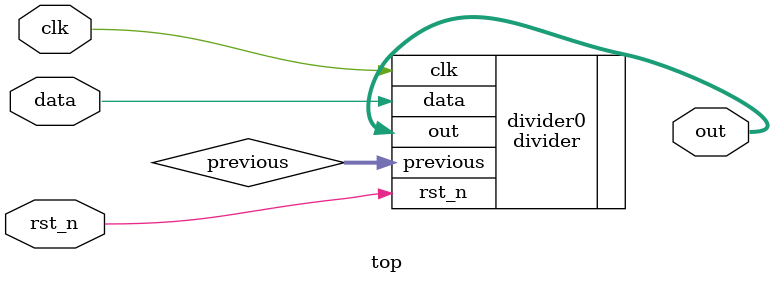
<source format=sv>
module top (
  input         clk,    // Clock
  input         rst_n,  // Asynchronous reset active low

  input         data,
  output  [2:0] out
  );

	reg	[2:0]	previous;
	
	divider divider0( .clk(clk),
					.rst_n(rst_n),
					.data(data),
					.previous(previous),
					.out(out));

endmodule

</source>
